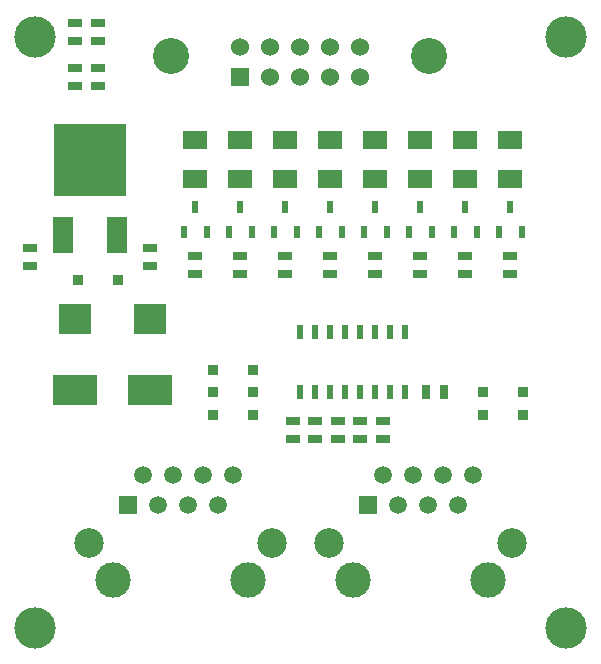
<source format=gts>
G04 (created by PCBNEW (2013-may-18)-stable) date Tue 21 Oct 2014 06:54:13 PM CEST*
%MOIN*%
G04 Gerber Fmt 3.4, Leading zero omitted, Abs format*
%FSLAX34Y34*%
G01*
G70*
G90*
G04 APERTURE LIST*
%ADD10C,0.00590551*%
%ADD11C,0.11811*%
%ADD12R,0.0591X0.0591*%
%ADD13C,0.0591*%
%ADD14C,0.0984252*%
%ADD15C,0.137795*%
%ADD16C,0.12*%
%ADD17R,0.06X0.06*%
%ADD18C,0.06*%
%ADD19R,0.1063X0.1004*%
%ADD20R,0.1496X0.1004*%
%ADD21R,0.0236X0.0394*%
%ADD22R,0.0335X0.0335*%
%ADD23R,0.02X0.045*%
%ADD24R,0.08X0.06*%
%ADD25R,0.045X0.025*%
%ADD26R,0.025X0.045*%
%ADD27R,0.065X0.12*%
%ADD28R,0.24X0.24*%
G04 APERTURE END LIST*
G54D10*
G54D11*
X55250Y-32500D03*
X50750Y-32500D03*
G54D12*
X51250Y-30000D03*
G54D13*
X51750Y-29000D03*
X52250Y-30000D03*
X52750Y-29000D03*
X53250Y-30000D03*
X53750Y-29000D03*
X54250Y-30000D03*
X54750Y-29000D03*
G54D14*
X49950Y-31299D03*
X56050Y-31299D03*
G54D11*
X47250Y-32500D03*
X42750Y-32500D03*
G54D12*
X43250Y-30000D03*
G54D13*
X43750Y-29000D03*
X44250Y-30000D03*
X44750Y-29000D03*
X45250Y-30000D03*
X45750Y-29000D03*
X46250Y-30000D03*
X46750Y-29000D03*
G54D14*
X41950Y-31299D03*
X48050Y-31299D03*
G54D15*
X40150Y-14400D03*
X40150Y-34100D03*
X57850Y-34100D03*
X57850Y-14400D03*
G54D16*
X53300Y-15050D03*
X44700Y-15050D03*
G54D17*
X47000Y-15750D03*
G54D18*
X47000Y-14750D03*
X48000Y-15750D03*
X48000Y-14750D03*
X49000Y-15750D03*
X49000Y-14750D03*
X50000Y-15750D03*
X50000Y-14750D03*
X51000Y-15750D03*
X51000Y-14750D03*
G54D19*
X44000Y-23819D03*
G54D20*
X44000Y-26181D03*
G54D21*
X46625Y-20916D03*
X47000Y-20084D03*
X47375Y-20916D03*
X55625Y-20916D03*
X56000Y-20084D03*
X56375Y-20916D03*
X48125Y-20916D03*
X48500Y-20084D03*
X48875Y-20916D03*
X54125Y-20916D03*
X54500Y-20084D03*
X54875Y-20916D03*
X45125Y-20916D03*
X45500Y-20084D03*
X45875Y-20916D03*
X52625Y-20916D03*
X53000Y-20084D03*
X53375Y-20916D03*
X51125Y-20916D03*
X51500Y-20084D03*
X51875Y-20916D03*
X49625Y-20916D03*
X50000Y-20084D03*
X50375Y-20916D03*
G54D22*
X41591Y-22500D03*
X42909Y-22500D03*
G54D23*
X52500Y-24250D03*
X52000Y-24250D03*
X51500Y-24250D03*
X51000Y-24250D03*
X50500Y-24250D03*
X50000Y-24250D03*
X49500Y-24250D03*
X49000Y-24250D03*
X49000Y-26250D03*
X49500Y-26250D03*
X50000Y-26250D03*
X50500Y-26250D03*
X51000Y-26250D03*
X51500Y-26250D03*
X52000Y-26250D03*
X52500Y-26250D03*
G54D24*
X51500Y-19150D03*
X51500Y-17850D03*
X48500Y-19150D03*
X48500Y-17850D03*
X50000Y-19150D03*
X50000Y-17850D03*
X47000Y-19150D03*
X47000Y-17850D03*
X53000Y-19150D03*
X53000Y-17850D03*
X54500Y-19150D03*
X54500Y-17850D03*
X56000Y-19150D03*
X56000Y-17850D03*
X45500Y-19150D03*
X45500Y-17850D03*
G54D25*
X42250Y-16050D03*
X42250Y-15450D03*
X56000Y-21700D03*
X56000Y-22300D03*
X40000Y-21450D03*
X40000Y-22050D03*
X54500Y-21700D03*
X54500Y-22300D03*
X53000Y-21700D03*
X53000Y-22300D03*
X51500Y-21700D03*
X51500Y-22300D03*
X42250Y-14550D03*
X42250Y-13950D03*
X41500Y-16050D03*
X41500Y-15450D03*
X50000Y-21700D03*
X50000Y-22300D03*
X41500Y-14550D03*
X41500Y-13950D03*
G54D26*
X53200Y-26250D03*
X53800Y-26250D03*
G54D25*
X48500Y-21700D03*
X48500Y-22300D03*
X45500Y-21700D03*
X45500Y-22300D03*
X47000Y-21700D03*
X47000Y-22300D03*
G54D27*
X41100Y-21000D03*
G54D28*
X42000Y-18500D03*
G54D27*
X42900Y-21000D03*
G54D19*
X41500Y-23819D03*
G54D20*
X41500Y-26181D03*
G54D25*
X44000Y-21450D03*
X44000Y-22050D03*
G54D22*
X55091Y-27000D03*
X56409Y-27000D03*
X47409Y-27000D03*
X46091Y-27000D03*
X47409Y-25500D03*
X46091Y-25500D03*
X55091Y-26250D03*
X56409Y-26250D03*
X47409Y-26250D03*
X46091Y-26250D03*
G54D25*
X51750Y-27800D03*
X51750Y-27200D03*
X50250Y-27800D03*
X50250Y-27200D03*
X49500Y-27800D03*
X49500Y-27200D03*
X51000Y-27800D03*
X51000Y-27200D03*
X48750Y-27200D03*
X48750Y-27800D03*
M02*

</source>
